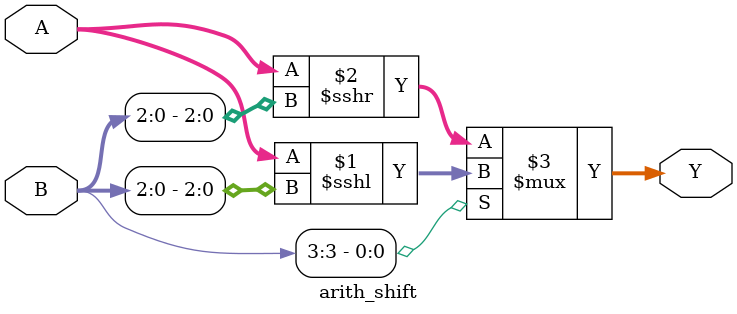
<source format=v>
`timescale 1ns / 1ps

/*
    Arithmetic logical shift module. The sign bit of A is preserved. 
    if B[MSB] == 1 then left shift by B[MSB - 1 : 0]
    else right shift. 
*/
module arith_shift
    #(parameter BUS_WIDTH = 8, 
      parameter BUS_WIDTH_BITS = 3)(
        input [BUS_WIDTH - 1 : 0] A, 
        input [BUS_WIDTH_BITS : 0] B, 
        output [BUS_WIDTH - 1 : 0] Y  
    );
    
    localparam MSB = BUS_WIDTH_BITS; 
    
    assign Y = (B[MSB]) ? A <<< B[BUS_WIDTH_BITS - 1 : 0] : A >>> B[BUS_WIDTH_BITS - 1 : 0];
    
endmodule

</source>
